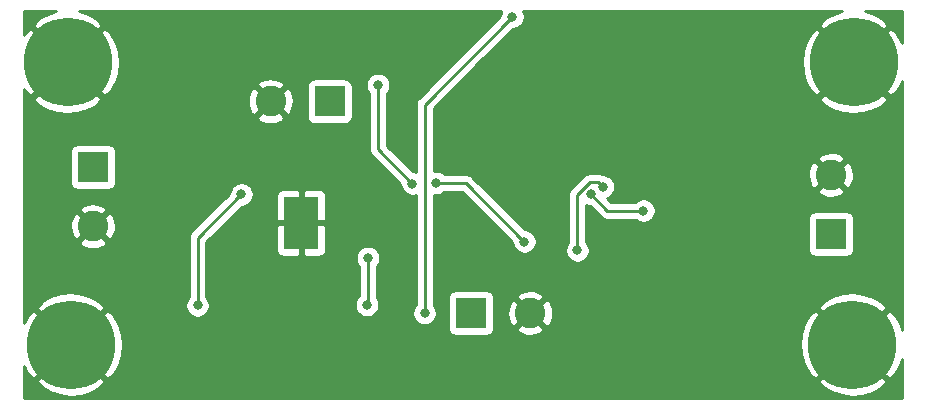
<source format=gbl>
G04 #@! TF.GenerationSoftware,KiCad,Pcbnew,(5.1.12)-1*
G04 #@! TF.CreationDate,2022-10-20T21:35:18-07:00*
G04 #@! TF.ProjectId,Fuente_de_poder,4675656e-7465-45f6-9465-5f706f646572,rev?*
G04 #@! TF.SameCoordinates,Original*
G04 #@! TF.FileFunction,Copper,L2,Bot*
G04 #@! TF.FilePolarity,Positive*
%FSLAX46Y46*%
G04 Gerber Fmt 4.6, Leading zero omitted, Abs format (unit mm)*
G04 Created by KiCad (PCBNEW (5.1.12)-1) date 2022-10-20 21:35:18*
%MOMM*%
%LPD*%
G01*
G04 APERTURE LIST*
G04 #@! TA.AperFunction,ComponentPad*
%ADD10C,2.600000*%
G04 #@! TD*
G04 #@! TA.AperFunction,ComponentPad*
%ADD11R,2.600000X2.600000*%
G04 #@! TD*
G04 #@! TA.AperFunction,ComponentPad*
%ADD12C,7.500000*%
G04 #@! TD*
G04 #@! TA.AperFunction,ComponentPad*
%ADD13C,0.600000*%
G04 #@! TD*
G04 #@! TA.AperFunction,SMDPad,CuDef*
%ADD14R,2.950000X4.500000*%
G04 #@! TD*
G04 #@! TA.AperFunction,ViaPad*
%ADD15C,0.800000*%
G04 #@! TD*
G04 #@! TA.AperFunction,Conductor*
%ADD16C,0.250000*%
G04 #@! TD*
G04 #@! TA.AperFunction,Conductor*
%ADD17C,0.254000*%
G04 #@! TD*
G04 #@! TA.AperFunction,Conductor*
%ADD18C,0.150000*%
G04 #@! TD*
G04 APERTURE END LIST*
D10*
X152518120Y-107734100D03*
D11*
X147518120Y-107734100D03*
D12*
X113360200Y-86485141D03*
X113635201Y-110403640D03*
X179788139Y-110403640D03*
X179908200Y-86485141D03*
D11*
X115503960Y-95379540D03*
D10*
X115503960Y-100379540D03*
D11*
X135542020Y-89806780D03*
D10*
X130542020Y-89806780D03*
D11*
X177982880Y-101043740D03*
D10*
X177982880Y-96043740D03*
D13*
X132531560Y-98303940D03*
X132531560Y-99403940D03*
X133731560Y-99403940D03*
X133731560Y-98303940D03*
X132531560Y-101903940D03*
X132531560Y-100703940D03*
X133731560Y-100703940D03*
X133731560Y-101903940D03*
D14*
X133131560Y-100103940D03*
D15*
X158668720Y-97038160D03*
X156512260Y-102440740D03*
X152024080Y-101681280D03*
X144531080Y-96723200D03*
X142557500Y-96774000D03*
X139654280Y-88419940D03*
X138770360Y-103068120D03*
X138696700Y-107035600D03*
X163723320Y-89590880D03*
X163634420Y-92748100D03*
X158724600Y-95486220D03*
X128816100Y-98876340D03*
X162560000Y-88900000D03*
X162560000Y-86360000D03*
X162560000Y-83820000D03*
X165100000Y-83820000D03*
X165100000Y-86360000D03*
X167640000Y-86360000D03*
X167640000Y-83820000D03*
X170180000Y-83820000D03*
X170180000Y-86360000D03*
X172720000Y-86360000D03*
X172720000Y-83820000D03*
X175260000Y-83820000D03*
X175260000Y-86360000D03*
X175260000Y-88900000D03*
X175260000Y-91440000D03*
X175260000Y-106680000D03*
X175260000Y-109220000D03*
X175260000Y-111760000D03*
X175260000Y-114300000D03*
X172720000Y-106680000D03*
X172720000Y-109220000D03*
X172720000Y-111760000D03*
X172720000Y-114300000D03*
X170180000Y-114300000D03*
X170180000Y-111760000D03*
X170180000Y-109220000D03*
X167640000Y-111760000D03*
X167640000Y-114300000D03*
X165100000Y-114300000D03*
X165100000Y-111760000D03*
X165100000Y-109220000D03*
X162560000Y-109220000D03*
X162560000Y-111760000D03*
X162560000Y-114300000D03*
X160020000Y-114300000D03*
X160020000Y-111760000D03*
X160020000Y-109220000D03*
X157480000Y-109220000D03*
X157480000Y-111760000D03*
X157480000Y-114300000D03*
X154940000Y-114300000D03*
X152400000Y-114300000D03*
X149860000Y-114300000D03*
X147320000Y-114300000D03*
X144780000Y-114300000D03*
X182880000Y-114300000D03*
X182880000Y-106680000D03*
X160020000Y-83820000D03*
X157480000Y-83820000D03*
X147320000Y-83820000D03*
X144780000Y-83820000D03*
X144780000Y-86360000D03*
X139700000Y-83820000D03*
X142240000Y-83820000D03*
X139700000Y-96520000D03*
X127000000Y-83820000D03*
X127000000Y-86360000D03*
X127000000Y-88900000D03*
X124460000Y-88900000D03*
X124460000Y-86360000D03*
X124460000Y-83820000D03*
X121920000Y-83820000D03*
X121920000Y-86360000D03*
X119380000Y-86360000D03*
X119380000Y-83820000D03*
X119380000Y-88900000D03*
X121920000Y-88900000D03*
X121920000Y-91440000D03*
X119380000Y-91440000D03*
X124460000Y-91440000D03*
X127000000Y-91440000D03*
X116840000Y-91440000D03*
X114300000Y-91440000D03*
X111760000Y-91440000D03*
X111760000Y-104140000D03*
X114300000Y-104140000D03*
X116840000Y-104140000D03*
X119380000Y-104140000D03*
X119380000Y-106680000D03*
X116840000Y-106680000D03*
X119380000Y-109220000D03*
X119380000Y-111760000D03*
X119380000Y-114300000D03*
X121920000Y-114300000D03*
X121920000Y-111760000D03*
X121920000Y-109220000D03*
X124460000Y-109220000D03*
X127000000Y-109220000D03*
X129540000Y-109220000D03*
X132080000Y-109220000D03*
X132080000Y-111760000D03*
X137160000Y-111760000D03*
X134620000Y-111760000D03*
X139700000Y-111760000D03*
X142240000Y-111760000D03*
X142240000Y-114300000D03*
X139700000Y-114300000D03*
X137160000Y-114300000D03*
X134620000Y-114300000D03*
X132080000Y-114300000D03*
X129540000Y-114300000D03*
X127000000Y-114300000D03*
X124460000Y-114300000D03*
X124460000Y-111760000D03*
X127000000Y-111760000D03*
X129540000Y-111760000D03*
X154940000Y-83820000D03*
X152400000Y-83820000D03*
X142240000Y-104140000D03*
X142240000Y-106680000D03*
X147320000Y-101600000D03*
X149860000Y-101600000D03*
X142240000Y-93980000D03*
X157642560Y-97652840D03*
X162115500Y-99070160D03*
X151015700Y-82649060D03*
X143583660Y-107741720D03*
X128069340Y-97683320D03*
X124355860Y-107096560D03*
D16*
X156512260Y-97710138D02*
X156512260Y-102440740D01*
X157584237Y-96638161D02*
X156512260Y-97710138D01*
X147066000Y-96723200D02*
X144531080Y-96723200D01*
X152024080Y-101681280D02*
X147066000Y-96723200D01*
X139654280Y-93870780D02*
X139654280Y-88419940D01*
X142557500Y-96774000D02*
X139654280Y-93870780D01*
X158268721Y-96638161D02*
X157584237Y-96638161D01*
X158668720Y-97038160D02*
X158268721Y-96638161D01*
X138770360Y-106961940D02*
X138696700Y-107035600D01*
X138770360Y-103068120D02*
X138770360Y-106961940D01*
X159059880Y-99070160D02*
X157642560Y-97652840D01*
X162115500Y-99070160D02*
X159059880Y-99070160D01*
X143583660Y-90081100D02*
X143583660Y-107741720D01*
X151015700Y-82649060D02*
X143583660Y-90081100D01*
X124355860Y-101396800D02*
X124355860Y-107096560D01*
X128069340Y-97683320D02*
X124355860Y-101396800D01*
D17*
X111716617Y-82396942D02*
X110950630Y-82796142D01*
X110874112Y-82847269D01*
X110447933Y-83393269D01*
X113360200Y-86305536D01*
X116272467Y-83393269D01*
X115846288Y-82847269D01*
X115088805Y-82432158D01*
X114332234Y-82194000D01*
X150083916Y-82194000D01*
X150020474Y-82347162D01*
X149980700Y-82547121D01*
X149980700Y-82609258D01*
X143072663Y-89517296D01*
X143043659Y-89541099D01*
X142988531Y-89608274D01*
X142948686Y-89656824D01*
X142895648Y-89756051D01*
X142878114Y-89788854D01*
X142834657Y-89932115D01*
X142823660Y-90043768D01*
X142823660Y-90043778D01*
X142819984Y-90081100D01*
X142823660Y-90118422D01*
X142823660Y-95771665D01*
X142659439Y-95739000D01*
X142597302Y-95739000D01*
X140414280Y-93555979D01*
X140414280Y-89123651D01*
X140458217Y-89079714D01*
X140571485Y-88910196D01*
X140649506Y-88721838D01*
X140689280Y-88521879D01*
X140689280Y-88318001D01*
X140649506Y-88118042D01*
X140571485Y-87929684D01*
X140458217Y-87760166D01*
X140314054Y-87616003D01*
X140144536Y-87502735D01*
X139956178Y-87424714D01*
X139756219Y-87384940D01*
X139552341Y-87384940D01*
X139352382Y-87424714D01*
X139164024Y-87502735D01*
X138994506Y-87616003D01*
X138850343Y-87760166D01*
X138737075Y-87929684D01*
X138659054Y-88118042D01*
X138619280Y-88318001D01*
X138619280Y-88521879D01*
X138659054Y-88721838D01*
X138737075Y-88910196D01*
X138850343Y-89079714D01*
X138894281Y-89123652D01*
X138894280Y-93833457D01*
X138890604Y-93870780D01*
X138894280Y-93908102D01*
X138894280Y-93908112D01*
X138905277Y-94019765D01*
X138948734Y-94163026D01*
X139019306Y-94295056D01*
X139059151Y-94343606D01*
X139114279Y-94410781D01*
X139143283Y-94434584D01*
X141522500Y-96813802D01*
X141522500Y-96875939D01*
X141562274Y-97075898D01*
X141640295Y-97264256D01*
X141753563Y-97433774D01*
X141897726Y-97577937D01*
X142067244Y-97691205D01*
X142255602Y-97769226D01*
X142455561Y-97809000D01*
X142659439Y-97809000D01*
X142823660Y-97776335D01*
X142823661Y-107038008D01*
X142779723Y-107081946D01*
X142666455Y-107251464D01*
X142588434Y-107439822D01*
X142548660Y-107639781D01*
X142548660Y-107843659D01*
X142588434Y-108043618D01*
X142666455Y-108231976D01*
X142779723Y-108401494D01*
X142923886Y-108545657D01*
X143093404Y-108658925D01*
X143281762Y-108736946D01*
X143481721Y-108776720D01*
X143685599Y-108776720D01*
X143885558Y-108736946D01*
X144073916Y-108658925D01*
X144243434Y-108545657D01*
X144387597Y-108401494D01*
X144500865Y-108231976D01*
X144578886Y-108043618D01*
X144618660Y-107843659D01*
X144618660Y-107639781D01*
X144578886Y-107439822D01*
X144500865Y-107251464D01*
X144387597Y-107081946D01*
X144343660Y-107038009D01*
X144343660Y-106434100D01*
X145580048Y-106434100D01*
X145580048Y-109034100D01*
X145592308Y-109158582D01*
X145628618Y-109278280D01*
X145687583Y-109388594D01*
X145766935Y-109485285D01*
X145863626Y-109564637D01*
X145973940Y-109623602D01*
X146093638Y-109659912D01*
X146218120Y-109672172D01*
X148818120Y-109672172D01*
X148942602Y-109659912D01*
X149062300Y-109623602D01*
X149172614Y-109564637D01*
X149269305Y-109485285D01*
X149348657Y-109388594D01*
X149407622Y-109278280D01*
X149443932Y-109158582D01*
X149451344Y-109083324D01*
X151348501Y-109083324D01*
X151480437Y-109378412D01*
X151821165Y-109549259D01*
X152188677Y-109650350D01*
X152568849Y-109677801D01*
X152947071Y-109630557D01*
X153308810Y-109510433D01*
X153555803Y-109378412D01*
X153687739Y-109083324D01*
X152518120Y-107913705D01*
X151348501Y-109083324D01*
X149451344Y-109083324D01*
X149456192Y-109034100D01*
X149456192Y-107784829D01*
X150574419Y-107784829D01*
X150621663Y-108163051D01*
X150741787Y-108524790D01*
X150873808Y-108771783D01*
X151168896Y-108903719D01*
X152338515Y-107734100D01*
X152697725Y-107734100D01*
X153867344Y-108903719D01*
X154162432Y-108771783D01*
X154333279Y-108431055D01*
X154434370Y-108063543D01*
X154461821Y-107683371D01*
X154415404Y-107311768D01*
X176875872Y-107311768D01*
X179788139Y-110224035D01*
X182700406Y-107311768D01*
X182274227Y-106765768D01*
X181516744Y-106350657D01*
X180692832Y-106091301D01*
X179834153Y-105997664D01*
X178973705Y-106073347D01*
X178144556Y-106315441D01*
X177378569Y-106714641D01*
X177302051Y-106765768D01*
X176875872Y-107311768D01*
X154415404Y-107311768D01*
X154414577Y-107305149D01*
X154294453Y-106943410D01*
X154162432Y-106696417D01*
X153867344Y-106564481D01*
X152697725Y-107734100D01*
X152338515Y-107734100D01*
X151168896Y-106564481D01*
X150873808Y-106696417D01*
X150702961Y-107037145D01*
X150601870Y-107404657D01*
X150574419Y-107784829D01*
X149456192Y-107784829D01*
X149456192Y-106434100D01*
X149451345Y-106384876D01*
X151348501Y-106384876D01*
X152518120Y-107554495D01*
X153687739Y-106384876D01*
X153555803Y-106089788D01*
X153215075Y-105918941D01*
X152847563Y-105817850D01*
X152467391Y-105790399D01*
X152089169Y-105837643D01*
X151727430Y-105957767D01*
X151480437Y-106089788D01*
X151348501Y-106384876D01*
X149451345Y-106384876D01*
X149443932Y-106309618D01*
X149407622Y-106189920D01*
X149348657Y-106079606D01*
X149269305Y-105982915D01*
X149172614Y-105903563D01*
X149062300Y-105844598D01*
X148942602Y-105808288D01*
X148818120Y-105796028D01*
X146218120Y-105796028D01*
X146093638Y-105808288D01*
X145973940Y-105844598D01*
X145863626Y-105903563D01*
X145766935Y-105982915D01*
X145687583Y-106079606D01*
X145628618Y-106189920D01*
X145592308Y-106309618D01*
X145580048Y-106434100D01*
X144343660Y-106434100D01*
X144343660Y-97741197D01*
X144429141Y-97758200D01*
X144633019Y-97758200D01*
X144832978Y-97718426D01*
X145021336Y-97640405D01*
X145190854Y-97527137D01*
X145234791Y-97483200D01*
X146751199Y-97483200D01*
X150989080Y-101721082D01*
X150989080Y-101783219D01*
X151028854Y-101983178D01*
X151106875Y-102171536D01*
X151220143Y-102341054D01*
X151364306Y-102485217D01*
X151533824Y-102598485D01*
X151722182Y-102676506D01*
X151922141Y-102716280D01*
X152126019Y-102716280D01*
X152325978Y-102676506D01*
X152514336Y-102598485D01*
X152683854Y-102485217D01*
X152828017Y-102341054D01*
X152829522Y-102338801D01*
X155477260Y-102338801D01*
X155477260Y-102542679D01*
X155517034Y-102742638D01*
X155595055Y-102930996D01*
X155708323Y-103100514D01*
X155852486Y-103244677D01*
X156022004Y-103357945D01*
X156210362Y-103435966D01*
X156410321Y-103475740D01*
X156614199Y-103475740D01*
X156814158Y-103435966D01*
X157002516Y-103357945D01*
X157172034Y-103244677D01*
X157316197Y-103100514D01*
X157429465Y-102930996D01*
X157507486Y-102742638D01*
X157547260Y-102542679D01*
X157547260Y-102338801D01*
X157507486Y-102138842D01*
X157429465Y-101950484D01*
X157316197Y-101780966D01*
X157272260Y-101737029D01*
X157272260Y-98619733D01*
X157340662Y-98648066D01*
X157540621Y-98687840D01*
X157602759Y-98687840D01*
X158496081Y-99581163D01*
X158519879Y-99610161D01*
X158635604Y-99705134D01*
X158767633Y-99775706D01*
X158910894Y-99819163D01*
X159022547Y-99830160D01*
X159022556Y-99830160D01*
X159059879Y-99833836D01*
X159097202Y-99830160D01*
X161411789Y-99830160D01*
X161455726Y-99874097D01*
X161625244Y-99987365D01*
X161813602Y-100065386D01*
X162013561Y-100105160D01*
X162217439Y-100105160D01*
X162417398Y-100065386D01*
X162605756Y-99987365D01*
X162775274Y-99874097D01*
X162905631Y-99743740D01*
X176044808Y-99743740D01*
X176044808Y-102343740D01*
X176057068Y-102468222D01*
X176093378Y-102587920D01*
X176152343Y-102698234D01*
X176231695Y-102794925D01*
X176328386Y-102874277D01*
X176438700Y-102933242D01*
X176558398Y-102969552D01*
X176682880Y-102981812D01*
X179282880Y-102981812D01*
X179407362Y-102969552D01*
X179527060Y-102933242D01*
X179637374Y-102874277D01*
X179734065Y-102794925D01*
X179813417Y-102698234D01*
X179872382Y-102587920D01*
X179908692Y-102468222D01*
X179920952Y-102343740D01*
X179920952Y-99743740D01*
X179908692Y-99619258D01*
X179872382Y-99499560D01*
X179813417Y-99389246D01*
X179734065Y-99292555D01*
X179637374Y-99213203D01*
X179527060Y-99154238D01*
X179407362Y-99117928D01*
X179282880Y-99105668D01*
X176682880Y-99105668D01*
X176558398Y-99117928D01*
X176438700Y-99154238D01*
X176328386Y-99213203D01*
X176231695Y-99292555D01*
X176152343Y-99389246D01*
X176093378Y-99499560D01*
X176057068Y-99619258D01*
X176044808Y-99743740D01*
X162905631Y-99743740D01*
X162919437Y-99729934D01*
X163032705Y-99560416D01*
X163110726Y-99372058D01*
X163150500Y-99172099D01*
X163150500Y-98968221D01*
X163110726Y-98768262D01*
X163032705Y-98579904D01*
X162919437Y-98410386D01*
X162775274Y-98266223D01*
X162605756Y-98152955D01*
X162417398Y-98074934D01*
X162217439Y-98035160D01*
X162013561Y-98035160D01*
X161813602Y-98074934D01*
X161625244Y-98152955D01*
X161455726Y-98266223D01*
X161411789Y-98310160D01*
X159374682Y-98310160D01*
X159060625Y-97996104D01*
X159158976Y-97955365D01*
X159328494Y-97842097D01*
X159472657Y-97697934D01*
X159585925Y-97528416D01*
X159642031Y-97392964D01*
X176813261Y-97392964D01*
X176945197Y-97688052D01*
X177285925Y-97858899D01*
X177653437Y-97959990D01*
X178033609Y-97987441D01*
X178411831Y-97940197D01*
X178773570Y-97820073D01*
X179020563Y-97688052D01*
X179152499Y-97392964D01*
X177982880Y-96223345D01*
X176813261Y-97392964D01*
X159642031Y-97392964D01*
X159663946Y-97340058D01*
X159703720Y-97140099D01*
X159703720Y-96936221D01*
X159663946Y-96736262D01*
X159585925Y-96547904D01*
X159472657Y-96378386D01*
X159328494Y-96234223D01*
X159158976Y-96120955D01*
X159095034Y-96094469D01*
X176039179Y-96094469D01*
X176086423Y-96472691D01*
X176206547Y-96834430D01*
X176338568Y-97081423D01*
X176633656Y-97213359D01*
X177803275Y-96043740D01*
X178162485Y-96043740D01*
X179332104Y-97213359D01*
X179627192Y-97081423D01*
X179798039Y-96740695D01*
X179899130Y-96373183D01*
X179926581Y-95993011D01*
X179879337Y-95614789D01*
X179759213Y-95253050D01*
X179627192Y-95006057D01*
X179332104Y-94874121D01*
X178162485Y-96043740D01*
X177803275Y-96043740D01*
X176633656Y-94874121D01*
X176338568Y-95006057D01*
X176167721Y-95346785D01*
X176066630Y-95714297D01*
X176039179Y-96094469D01*
X159095034Y-96094469D01*
X158970618Y-96042934D01*
X158770659Y-96003160D01*
X158692946Y-96003160D01*
X158560968Y-95932615D01*
X158417707Y-95889158D01*
X158306054Y-95878161D01*
X158306043Y-95878161D01*
X158268721Y-95874485D01*
X158231399Y-95878161D01*
X157621559Y-95878161D01*
X157584236Y-95874485D01*
X157546913Y-95878161D01*
X157546904Y-95878161D01*
X157435251Y-95889158D01*
X157291990Y-95932615D01*
X157159961Y-96003187D01*
X157159959Y-96003188D01*
X157159960Y-96003188D01*
X157073233Y-96074362D01*
X157073229Y-96074366D01*
X157044236Y-96098160D01*
X157020442Y-96127153D01*
X156001262Y-97146335D01*
X155972259Y-97170137D01*
X155924310Y-97228564D01*
X155877286Y-97285862D01*
X155846367Y-97343707D01*
X155806714Y-97417892D01*
X155763257Y-97561153D01*
X155752260Y-97672806D01*
X155752260Y-97672816D01*
X155748584Y-97710138D01*
X155752260Y-97747461D01*
X155752261Y-101737028D01*
X155708323Y-101780966D01*
X155595055Y-101950484D01*
X155517034Y-102138842D01*
X155477260Y-102338801D01*
X152829522Y-102338801D01*
X152941285Y-102171536D01*
X153019306Y-101983178D01*
X153059080Y-101783219D01*
X153059080Y-101579341D01*
X153019306Y-101379382D01*
X152941285Y-101191024D01*
X152828017Y-101021506D01*
X152683854Y-100877343D01*
X152514336Y-100764075D01*
X152325978Y-100686054D01*
X152126019Y-100646280D01*
X152063882Y-100646280D01*
X147629804Y-96212203D01*
X147606001Y-96183199D01*
X147490276Y-96088226D01*
X147358247Y-96017654D01*
X147214986Y-95974197D01*
X147103333Y-95963200D01*
X147103322Y-95963200D01*
X147066000Y-95959524D01*
X147028678Y-95963200D01*
X145234791Y-95963200D01*
X145190854Y-95919263D01*
X145021336Y-95805995D01*
X144832978Y-95727974D01*
X144633019Y-95688200D01*
X144429141Y-95688200D01*
X144343660Y-95705203D01*
X144343660Y-94694516D01*
X176813261Y-94694516D01*
X177982880Y-95864135D01*
X179152499Y-94694516D01*
X179020563Y-94399428D01*
X178679835Y-94228581D01*
X178312323Y-94127490D01*
X177932151Y-94100039D01*
X177553929Y-94147283D01*
X177192190Y-94267407D01*
X176945197Y-94399428D01*
X176813261Y-94694516D01*
X144343660Y-94694516D01*
X144343660Y-90395901D01*
X145162548Y-89577013D01*
X176995933Y-89577013D01*
X177422112Y-90123013D01*
X178179595Y-90538124D01*
X179003507Y-90797480D01*
X179862186Y-90891117D01*
X180722634Y-90815434D01*
X181551783Y-90573340D01*
X182317770Y-90174140D01*
X182394288Y-90123013D01*
X182820467Y-89577013D01*
X179908200Y-86664746D01*
X176995933Y-89577013D01*
X145162548Y-89577013D01*
X148300434Y-86439127D01*
X175502224Y-86439127D01*
X175577907Y-87299575D01*
X175820001Y-88128724D01*
X176219201Y-88894711D01*
X176270328Y-88971229D01*
X176816328Y-89397408D01*
X179728595Y-86485141D01*
X176816328Y-83572874D01*
X176270328Y-83999053D01*
X175855217Y-84756536D01*
X175595861Y-85580448D01*
X175502224Y-86439127D01*
X148300434Y-86439127D01*
X151055502Y-83684060D01*
X151117639Y-83684060D01*
X151317598Y-83644286D01*
X151505956Y-83566265D01*
X151675474Y-83452997D01*
X151819637Y-83308834D01*
X151932905Y-83139316D01*
X152010926Y-82950958D01*
X152050700Y-82750999D01*
X152050700Y-82547121D01*
X152010926Y-82347162D01*
X151947484Y-82194000D01*
X178959674Y-82194000D01*
X178264617Y-82396942D01*
X177498630Y-82796142D01*
X177422112Y-82847269D01*
X176995933Y-83393269D01*
X179908200Y-86305536D01*
X182820467Y-83393269D01*
X182394288Y-82847269D01*
X181636805Y-82432158D01*
X180880234Y-82194000D01*
X183998001Y-82194000D01*
X183998001Y-84847044D01*
X183996399Y-84841558D01*
X183597199Y-84075571D01*
X183546072Y-83999053D01*
X183000072Y-83572874D01*
X180087805Y-86485141D01*
X183000072Y-89397408D01*
X183546072Y-88971229D01*
X183961183Y-88213746D01*
X183998001Y-88096785D01*
X183998000Y-109176738D01*
X183876338Y-108760057D01*
X183477138Y-107994070D01*
X183426011Y-107917552D01*
X182880011Y-107491373D01*
X179967744Y-110403640D01*
X182880011Y-113315907D01*
X183426011Y-112889728D01*
X183841122Y-112132245D01*
X183998000Y-111633881D01*
X183998000Y-114910000D01*
X109626000Y-114910000D01*
X109626000Y-113495512D01*
X110722934Y-113495512D01*
X111149113Y-114041512D01*
X111906596Y-114456623D01*
X112730508Y-114715979D01*
X113589187Y-114809616D01*
X114449635Y-114733933D01*
X115278784Y-114491839D01*
X116044771Y-114092639D01*
X116121289Y-114041512D01*
X116547468Y-113495512D01*
X176875872Y-113495512D01*
X177302051Y-114041512D01*
X178059534Y-114456623D01*
X178883446Y-114715979D01*
X179742125Y-114809616D01*
X180602573Y-114733933D01*
X181431722Y-114491839D01*
X182197709Y-114092639D01*
X182274227Y-114041512D01*
X182700406Y-113495512D01*
X179788139Y-110583245D01*
X176875872Y-113495512D01*
X116547468Y-113495512D01*
X113635201Y-110583245D01*
X110722934Y-113495512D01*
X109626000Y-113495512D01*
X109626000Y-112198805D01*
X109946202Y-112813210D01*
X109997329Y-112889728D01*
X110543329Y-113315907D01*
X113455596Y-110403640D01*
X113814806Y-110403640D01*
X116727073Y-113315907D01*
X117273073Y-112889728D01*
X117688184Y-112132245D01*
X117947540Y-111308333D01*
X118041177Y-110449654D01*
X118033083Y-110357626D01*
X175382163Y-110357626D01*
X175457846Y-111218074D01*
X175699940Y-112047223D01*
X176099140Y-112813210D01*
X176150267Y-112889728D01*
X176696267Y-113315907D01*
X179608534Y-110403640D01*
X176696267Y-107491373D01*
X176150267Y-107917552D01*
X175735156Y-108675035D01*
X175475800Y-109498947D01*
X175382163Y-110357626D01*
X118033083Y-110357626D01*
X117965494Y-109589206D01*
X117723400Y-108760057D01*
X117324200Y-107994070D01*
X117273073Y-107917552D01*
X116727073Y-107491373D01*
X113814806Y-110403640D01*
X113455596Y-110403640D01*
X110543329Y-107491373D01*
X109997329Y-107917552D01*
X109626000Y-108595143D01*
X109626000Y-107311768D01*
X110722934Y-107311768D01*
X113635201Y-110224035D01*
X116547468Y-107311768D01*
X116299920Y-106994621D01*
X123320860Y-106994621D01*
X123320860Y-107198499D01*
X123360634Y-107398458D01*
X123438655Y-107586816D01*
X123551923Y-107756334D01*
X123696086Y-107900497D01*
X123865604Y-108013765D01*
X124053962Y-108091786D01*
X124253921Y-108131560D01*
X124457799Y-108131560D01*
X124657758Y-108091786D01*
X124846116Y-108013765D01*
X125015634Y-107900497D01*
X125159797Y-107756334D01*
X125273065Y-107586816D01*
X125351086Y-107398458D01*
X125390860Y-107198499D01*
X125390860Y-106994621D01*
X125378735Y-106933661D01*
X137661700Y-106933661D01*
X137661700Y-107137539D01*
X137701474Y-107337498D01*
X137779495Y-107525856D01*
X137892763Y-107695374D01*
X138036926Y-107839537D01*
X138206444Y-107952805D01*
X138394802Y-108030826D01*
X138594761Y-108070600D01*
X138798639Y-108070600D01*
X138998598Y-108030826D01*
X139186956Y-107952805D01*
X139356474Y-107839537D01*
X139500637Y-107695374D01*
X139613905Y-107525856D01*
X139691926Y-107337498D01*
X139731700Y-107137539D01*
X139731700Y-106933661D01*
X139691926Y-106733702D01*
X139613905Y-106545344D01*
X139530360Y-106420310D01*
X139530360Y-103771831D01*
X139574297Y-103727894D01*
X139687565Y-103558376D01*
X139765586Y-103370018D01*
X139805360Y-103170059D01*
X139805360Y-102966181D01*
X139765586Y-102766222D01*
X139687565Y-102577864D01*
X139574297Y-102408346D01*
X139430134Y-102264183D01*
X139260616Y-102150915D01*
X139072258Y-102072894D01*
X138872299Y-102033120D01*
X138668421Y-102033120D01*
X138468462Y-102072894D01*
X138280104Y-102150915D01*
X138110586Y-102264183D01*
X137966423Y-102408346D01*
X137853155Y-102577864D01*
X137775134Y-102766222D01*
X137735360Y-102966181D01*
X137735360Y-103170059D01*
X137775134Y-103370018D01*
X137853155Y-103558376D01*
X137966423Y-103727894D01*
X138010360Y-103771831D01*
X138010361Y-106258228D01*
X137892763Y-106375826D01*
X137779495Y-106545344D01*
X137701474Y-106733702D01*
X137661700Y-106933661D01*
X125378735Y-106933661D01*
X125351086Y-106794662D01*
X125273065Y-106606304D01*
X125159797Y-106436786D01*
X125115860Y-106392849D01*
X125115860Y-101711601D01*
X128109142Y-98718320D01*
X128171279Y-98718320D01*
X128371238Y-98678546D01*
X128559596Y-98600525D01*
X128729114Y-98487257D01*
X128873277Y-98343094D01*
X128986545Y-98173576D01*
X129064566Y-97985218D01*
X129090678Y-97853940D01*
X131018488Y-97853940D01*
X131021560Y-99818190D01*
X131180310Y-99976940D01*
X132081654Y-99976940D01*
X132078403Y-100036702D01*
X132076624Y-100038481D01*
X132077465Y-100053940D01*
X132076624Y-100069399D01*
X132078403Y-100071178D01*
X132087093Y-100230940D01*
X131180310Y-100230940D01*
X131021560Y-100389690D01*
X131018488Y-102353940D01*
X131030748Y-102478422D01*
X131067058Y-102598120D01*
X131126023Y-102708434D01*
X131205375Y-102805125D01*
X131302066Y-102884477D01*
X131412380Y-102943442D01*
X131532078Y-102979752D01*
X131656560Y-102992012D01*
X132845810Y-102988940D01*
X133004560Y-102830190D01*
X133004560Y-102353846D01*
X133097019Y-102358876D01*
X133131560Y-102324335D01*
X133166101Y-102358876D01*
X133258560Y-102353846D01*
X133258560Y-102830190D01*
X133417310Y-102988940D01*
X134606560Y-102992012D01*
X134731042Y-102979752D01*
X134850740Y-102943442D01*
X134961054Y-102884477D01*
X135057745Y-102805125D01*
X135137097Y-102708434D01*
X135196062Y-102598120D01*
X135232372Y-102478422D01*
X135244632Y-102353940D01*
X135241560Y-100389690D01*
X135082810Y-100230940D01*
X134176027Y-100230940D01*
X134184717Y-100071178D01*
X134186496Y-100069399D01*
X134185655Y-100053940D01*
X134186496Y-100038481D01*
X134184717Y-100036702D01*
X134181466Y-99976940D01*
X135082810Y-99976940D01*
X135241560Y-99818190D01*
X135244632Y-97853940D01*
X135232372Y-97729458D01*
X135196062Y-97609760D01*
X135137097Y-97499446D01*
X135057745Y-97402755D01*
X134961054Y-97323403D01*
X134850740Y-97264438D01*
X134731042Y-97228128D01*
X134606560Y-97215868D01*
X133417310Y-97218940D01*
X133258560Y-97377690D01*
X133258560Y-97854034D01*
X133166101Y-97849004D01*
X133131560Y-97883545D01*
X133097019Y-97849004D01*
X133004560Y-97854034D01*
X133004560Y-97377690D01*
X132845810Y-97218940D01*
X131656560Y-97215868D01*
X131532078Y-97228128D01*
X131412380Y-97264438D01*
X131302066Y-97323403D01*
X131205375Y-97402755D01*
X131126023Y-97499446D01*
X131067058Y-97609760D01*
X131030748Y-97729458D01*
X131018488Y-97853940D01*
X129090678Y-97853940D01*
X129104340Y-97785259D01*
X129104340Y-97581381D01*
X129064566Y-97381422D01*
X128986545Y-97193064D01*
X128873277Y-97023546D01*
X128729114Y-96879383D01*
X128559596Y-96766115D01*
X128371238Y-96688094D01*
X128171279Y-96648320D01*
X127967401Y-96648320D01*
X127767442Y-96688094D01*
X127579084Y-96766115D01*
X127409566Y-96879383D01*
X127265403Y-97023546D01*
X127152135Y-97193064D01*
X127074114Y-97381422D01*
X127034340Y-97581381D01*
X127034340Y-97643518D01*
X123844863Y-100832996D01*
X123815859Y-100856799D01*
X123760731Y-100923974D01*
X123720886Y-100972524D01*
X123666361Y-101074532D01*
X123650314Y-101104554D01*
X123606857Y-101247815D01*
X123595860Y-101359468D01*
X123595860Y-101359478D01*
X123592184Y-101396800D01*
X123595860Y-101434123D01*
X123595861Y-106392848D01*
X123551923Y-106436786D01*
X123438655Y-106606304D01*
X123360634Y-106794662D01*
X123320860Y-106994621D01*
X116299920Y-106994621D01*
X116121289Y-106765768D01*
X115363806Y-106350657D01*
X114539894Y-106091301D01*
X113681215Y-105997664D01*
X112820767Y-106073347D01*
X111991618Y-106315441D01*
X111225631Y-106714641D01*
X111149113Y-106765768D01*
X110722934Y-107311768D01*
X109626000Y-107311768D01*
X109626000Y-101728764D01*
X114334341Y-101728764D01*
X114466277Y-102023852D01*
X114807005Y-102194699D01*
X115174517Y-102295790D01*
X115554689Y-102323241D01*
X115932911Y-102275997D01*
X116294650Y-102155873D01*
X116541643Y-102023852D01*
X116673579Y-101728764D01*
X115503960Y-100559145D01*
X114334341Y-101728764D01*
X109626000Y-101728764D01*
X109626000Y-100430269D01*
X113560259Y-100430269D01*
X113607503Y-100808491D01*
X113727627Y-101170230D01*
X113859648Y-101417223D01*
X114154736Y-101549159D01*
X115324355Y-100379540D01*
X115683565Y-100379540D01*
X116853184Y-101549159D01*
X117148272Y-101417223D01*
X117319119Y-101076495D01*
X117420210Y-100708983D01*
X117447661Y-100328811D01*
X117400417Y-99950589D01*
X117280293Y-99588850D01*
X117148272Y-99341857D01*
X116853184Y-99209921D01*
X115683565Y-100379540D01*
X115324355Y-100379540D01*
X114154736Y-99209921D01*
X113859648Y-99341857D01*
X113688801Y-99682585D01*
X113587710Y-100050097D01*
X113560259Y-100430269D01*
X109626000Y-100430269D01*
X109626000Y-99030316D01*
X114334341Y-99030316D01*
X115503960Y-100199935D01*
X116673579Y-99030316D01*
X116541643Y-98735228D01*
X116200915Y-98564381D01*
X115833403Y-98463290D01*
X115453231Y-98435839D01*
X115075009Y-98483083D01*
X114713270Y-98603207D01*
X114466277Y-98735228D01*
X114334341Y-99030316D01*
X109626000Y-99030316D01*
X109626000Y-94079540D01*
X113565888Y-94079540D01*
X113565888Y-96679540D01*
X113578148Y-96804022D01*
X113614458Y-96923720D01*
X113673423Y-97034034D01*
X113752775Y-97130725D01*
X113849466Y-97210077D01*
X113959780Y-97269042D01*
X114079478Y-97305352D01*
X114203960Y-97317612D01*
X116803960Y-97317612D01*
X116928442Y-97305352D01*
X117048140Y-97269042D01*
X117158454Y-97210077D01*
X117255145Y-97130725D01*
X117334497Y-97034034D01*
X117393462Y-96923720D01*
X117429772Y-96804022D01*
X117442032Y-96679540D01*
X117442032Y-94079540D01*
X117429772Y-93955058D01*
X117393462Y-93835360D01*
X117334497Y-93725046D01*
X117255145Y-93628355D01*
X117158454Y-93549003D01*
X117048140Y-93490038D01*
X116928442Y-93453728D01*
X116803960Y-93441468D01*
X114203960Y-93441468D01*
X114079478Y-93453728D01*
X113959780Y-93490038D01*
X113849466Y-93549003D01*
X113752775Y-93628355D01*
X113673423Y-93725046D01*
X113614458Y-93835360D01*
X113578148Y-93955058D01*
X113565888Y-94079540D01*
X109626000Y-94079540D01*
X109626000Y-91156004D01*
X129372401Y-91156004D01*
X129504337Y-91451092D01*
X129845065Y-91621939D01*
X130212577Y-91723030D01*
X130592749Y-91750481D01*
X130970971Y-91703237D01*
X131332710Y-91583113D01*
X131579703Y-91451092D01*
X131711639Y-91156004D01*
X130542020Y-89986385D01*
X129372401Y-91156004D01*
X109626000Y-91156004D01*
X109626000Y-89577013D01*
X110447933Y-89577013D01*
X110874112Y-90123013D01*
X111631595Y-90538124D01*
X112455507Y-90797480D01*
X113314186Y-90891117D01*
X114174634Y-90815434D01*
X115003783Y-90573340D01*
X115769770Y-90174140D01*
X115846288Y-90123013D01*
X116053526Y-89857509D01*
X128598319Y-89857509D01*
X128645563Y-90235731D01*
X128765687Y-90597470D01*
X128897708Y-90844463D01*
X129192796Y-90976399D01*
X130362415Y-89806780D01*
X130721625Y-89806780D01*
X131891244Y-90976399D01*
X132186332Y-90844463D01*
X132357179Y-90503735D01*
X132458270Y-90136223D01*
X132485721Y-89756051D01*
X132438477Y-89377829D01*
X132318353Y-89016090D01*
X132186332Y-88769097D01*
X131891244Y-88637161D01*
X130721625Y-89806780D01*
X130362415Y-89806780D01*
X129192796Y-88637161D01*
X128897708Y-88769097D01*
X128726861Y-89109825D01*
X128625770Y-89477337D01*
X128598319Y-89857509D01*
X116053526Y-89857509D01*
X116272467Y-89577013D01*
X113360200Y-86664746D01*
X110447933Y-89577013D01*
X109626000Y-89577013D01*
X109626000Y-88807979D01*
X109671201Y-88894711D01*
X109722328Y-88971229D01*
X110268328Y-89397408D01*
X113180595Y-86485141D01*
X113539805Y-86485141D01*
X116452072Y-89397408D01*
X116998072Y-88971229D01*
X117279571Y-88457556D01*
X129372401Y-88457556D01*
X130542020Y-89627175D01*
X131662415Y-88506780D01*
X133603948Y-88506780D01*
X133603948Y-91106780D01*
X133616208Y-91231262D01*
X133652518Y-91350960D01*
X133711483Y-91461274D01*
X133790835Y-91557965D01*
X133887526Y-91637317D01*
X133997840Y-91696282D01*
X134117538Y-91732592D01*
X134242020Y-91744852D01*
X136842020Y-91744852D01*
X136966502Y-91732592D01*
X137086200Y-91696282D01*
X137196514Y-91637317D01*
X137293205Y-91557965D01*
X137372557Y-91461274D01*
X137431522Y-91350960D01*
X137467832Y-91231262D01*
X137480092Y-91106780D01*
X137480092Y-88506780D01*
X137467832Y-88382298D01*
X137431522Y-88262600D01*
X137372557Y-88152286D01*
X137293205Y-88055595D01*
X137196514Y-87976243D01*
X137086200Y-87917278D01*
X136966502Y-87880968D01*
X136842020Y-87868708D01*
X134242020Y-87868708D01*
X134117538Y-87880968D01*
X133997840Y-87917278D01*
X133887526Y-87976243D01*
X133790835Y-88055595D01*
X133711483Y-88152286D01*
X133652518Y-88262600D01*
X133616208Y-88382298D01*
X133603948Y-88506780D01*
X131662415Y-88506780D01*
X131711639Y-88457556D01*
X131579703Y-88162468D01*
X131238975Y-87991621D01*
X130871463Y-87890530D01*
X130491291Y-87863079D01*
X130113069Y-87910323D01*
X129751330Y-88030447D01*
X129504337Y-88162468D01*
X129372401Y-88457556D01*
X117279571Y-88457556D01*
X117413183Y-88213746D01*
X117672539Y-87389834D01*
X117766176Y-86531155D01*
X117690493Y-85670707D01*
X117448399Y-84841558D01*
X117049199Y-84075571D01*
X116998072Y-83999053D01*
X116452072Y-83572874D01*
X113539805Y-86485141D01*
X113180595Y-86485141D01*
X110268328Y-83572874D01*
X109722328Y-83999053D01*
X109626000Y-84174830D01*
X109626000Y-82194000D01*
X112411674Y-82194000D01*
X111716617Y-82396942D01*
G04 #@! TA.AperFunction,Conductor*
D18*
G36*
X111716617Y-82396942D02*
G01*
X110950630Y-82796142D01*
X110874112Y-82847269D01*
X110447933Y-83393269D01*
X113360200Y-86305536D01*
X116272467Y-83393269D01*
X115846288Y-82847269D01*
X115088805Y-82432158D01*
X114332234Y-82194000D01*
X150083916Y-82194000D01*
X150020474Y-82347162D01*
X149980700Y-82547121D01*
X149980700Y-82609258D01*
X143072663Y-89517296D01*
X143043659Y-89541099D01*
X142988531Y-89608274D01*
X142948686Y-89656824D01*
X142895648Y-89756051D01*
X142878114Y-89788854D01*
X142834657Y-89932115D01*
X142823660Y-90043768D01*
X142823660Y-90043778D01*
X142819984Y-90081100D01*
X142823660Y-90118422D01*
X142823660Y-95771665D01*
X142659439Y-95739000D01*
X142597302Y-95739000D01*
X140414280Y-93555979D01*
X140414280Y-89123651D01*
X140458217Y-89079714D01*
X140571485Y-88910196D01*
X140649506Y-88721838D01*
X140689280Y-88521879D01*
X140689280Y-88318001D01*
X140649506Y-88118042D01*
X140571485Y-87929684D01*
X140458217Y-87760166D01*
X140314054Y-87616003D01*
X140144536Y-87502735D01*
X139956178Y-87424714D01*
X139756219Y-87384940D01*
X139552341Y-87384940D01*
X139352382Y-87424714D01*
X139164024Y-87502735D01*
X138994506Y-87616003D01*
X138850343Y-87760166D01*
X138737075Y-87929684D01*
X138659054Y-88118042D01*
X138619280Y-88318001D01*
X138619280Y-88521879D01*
X138659054Y-88721838D01*
X138737075Y-88910196D01*
X138850343Y-89079714D01*
X138894281Y-89123652D01*
X138894280Y-93833457D01*
X138890604Y-93870780D01*
X138894280Y-93908102D01*
X138894280Y-93908112D01*
X138905277Y-94019765D01*
X138948734Y-94163026D01*
X139019306Y-94295056D01*
X139059151Y-94343606D01*
X139114279Y-94410781D01*
X139143283Y-94434584D01*
X141522500Y-96813802D01*
X141522500Y-96875939D01*
X141562274Y-97075898D01*
X141640295Y-97264256D01*
X141753563Y-97433774D01*
X141897726Y-97577937D01*
X142067244Y-97691205D01*
X142255602Y-97769226D01*
X142455561Y-97809000D01*
X142659439Y-97809000D01*
X142823660Y-97776335D01*
X142823661Y-107038008D01*
X142779723Y-107081946D01*
X142666455Y-107251464D01*
X142588434Y-107439822D01*
X142548660Y-107639781D01*
X142548660Y-107843659D01*
X142588434Y-108043618D01*
X142666455Y-108231976D01*
X142779723Y-108401494D01*
X142923886Y-108545657D01*
X143093404Y-108658925D01*
X143281762Y-108736946D01*
X143481721Y-108776720D01*
X143685599Y-108776720D01*
X143885558Y-108736946D01*
X144073916Y-108658925D01*
X144243434Y-108545657D01*
X144387597Y-108401494D01*
X144500865Y-108231976D01*
X144578886Y-108043618D01*
X144618660Y-107843659D01*
X144618660Y-107639781D01*
X144578886Y-107439822D01*
X144500865Y-107251464D01*
X144387597Y-107081946D01*
X144343660Y-107038009D01*
X144343660Y-106434100D01*
X145580048Y-106434100D01*
X145580048Y-109034100D01*
X145592308Y-109158582D01*
X145628618Y-109278280D01*
X145687583Y-109388594D01*
X145766935Y-109485285D01*
X145863626Y-109564637D01*
X145973940Y-109623602D01*
X146093638Y-109659912D01*
X146218120Y-109672172D01*
X148818120Y-109672172D01*
X148942602Y-109659912D01*
X149062300Y-109623602D01*
X149172614Y-109564637D01*
X149269305Y-109485285D01*
X149348657Y-109388594D01*
X149407622Y-109278280D01*
X149443932Y-109158582D01*
X149451344Y-109083324D01*
X151348501Y-109083324D01*
X151480437Y-109378412D01*
X151821165Y-109549259D01*
X152188677Y-109650350D01*
X152568849Y-109677801D01*
X152947071Y-109630557D01*
X153308810Y-109510433D01*
X153555803Y-109378412D01*
X153687739Y-109083324D01*
X152518120Y-107913705D01*
X151348501Y-109083324D01*
X149451344Y-109083324D01*
X149456192Y-109034100D01*
X149456192Y-107784829D01*
X150574419Y-107784829D01*
X150621663Y-108163051D01*
X150741787Y-108524790D01*
X150873808Y-108771783D01*
X151168896Y-108903719D01*
X152338515Y-107734100D01*
X152697725Y-107734100D01*
X153867344Y-108903719D01*
X154162432Y-108771783D01*
X154333279Y-108431055D01*
X154434370Y-108063543D01*
X154461821Y-107683371D01*
X154415404Y-107311768D01*
X176875872Y-107311768D01*
X179788139Y-110224035D01*
X182700406Y-107311768D01*
X182274227Y-106765768D01*
X181516744Y-106350657D01*
X180692832Y-106091301D01*
X179834153Y-105997664D01*
X178973705Y-106073347D01*
X178144556Y-106315441D01*
X177378569Y-106714641D01*
X177302051Y-106765768D01*
X176875872Y-107311768D01*
X154415404Y-107311768D01*
X154414577Y-107305149D01*
X154294453Y-106943410D01*
X154162432Y-106696417D01*
X153867344Y-106564481D01*
X152697725Y-107734100D01*
X152338515Y-107734100D01*
X151168896Y-106564481D01*
X150873808Y-106696417D01*
X150702961Y-107037145D01*
X150601870Y-107404657D01*
X150574419Y-107784829D01*
X149456192Y-107784829D01*
X149456192Y-106434100D01*
X149451345Y-106384876D01*
X151348501Y-106384876D01*
X152518120Y-107554495D01*
X153687739Y-106384876D01*
X153555803Y-106089788D01*
X153215075Y-105918941D01*
X152847563Y-105817850D01*
X152467391Y-105790399D01*
X152089169Y-105837643D01*
X151727430Y-105957767D01*
X151480437Y-106089788D01*
X151348501Y-106384876D01*
X149451345Y-106384876D01*
X149443932Y-106309618D01*
X149407622Y-106189920D01*
X149348657Y-106079606D01*
X149269305Y-105982915D01*
X149172614Y-105903563D01*
X149062300Y-105844598D01*
X148942602Y-105808288D01*
X148818120Y-105796028D01*
X146218120Y-105796028D01*
X146093638Y-105808288D01*
X145973940Y-105844598D01*
X145863626Y-105903563D01*
X145766935Y-105982915D01*
X145687583Y-106079606D01*
X145628618Y-106189920D01*
X145592308Y-106309618D01*
X145580048Y-106434100D01*
X144343660Y-106434100D01*
X144343660Y-97741197D01*
X144429141Y-97758200D01*
X144633019Y-97758200D01*
X144832978Y-97718426D01*
X145021336Y-97640405D01*
X145190854Y-97527137D01*
X145234791Y-97483200D01*
X146751199Y-97483200D01*
X150989080Y-101721082D01*
X150989080Y-101783219D01*
X151028854Y-101983178D01*
X151106875Y-102171536D01*
X151220143Y-102341054D01*
X151364306Y-102485217D01*
X151533824Y-102598485D01*
X151722182Y-102676506D01*
X151922141Y-102716280D01*
X152126019Y-102716280D01*
X152325978Y-102676506D01*
X152514336Y-102598485D01*
X152683854Y-102485217D01*
X152828017Y-102341054D01*
X152829522Y-102338801D01*
X155477260Y-102338801D01*
X155477260Y-102542679D01*
X155517034Y-102742638D01*
X155595055Y-102930996D01*
X155708323Y-103100514D01*
X155852486Y-103244677D01*
X156022004Y-103357945D01*
X156210362Y-103435966D01*
X156410321Y-103475740D01*
X156614199Y-103475740D01*
X156814158Y-103435966D01*
X157002516Y-103357945D01*
X157172034Y-103244677D01*
X157316197Y-103100514D01*
X157429465Y-102930996D01*
X157507486Y-102742638D01*
X157547260Y-102542679D01*
X157547260Y-102338801D01*
X157507486Y-102138842D01*
X157429465Y-101950484D01*
X157316197Y-101780966D01*
X157272260Y-101737029D01*
X157272260Y-98619733D01*
X157340662Y-98648066D01*
X157540621Y-98687840D01*
X157602759Y-98687840D01*
X158496081Y-99581163D01*
X158519879Y-99610161D01*
X158635604Y-99705134D01*
X158767633Y-99775706D01*
X158910894Y-99819163D01*
X159022547Y-99830160D01*
X159022556Y-99830160D01*
X159059879Y-99833836D01*
X159097202Y-99830160D01*
X161411789Y-99830160D01*
X161455726Y-99874097D01*
X161625244Y-99987365D01*
X161813602Y-100065386D01*
X162013561Y-100105160D01*
X162217439Y-100105160D01*
X162417398Y-100065386D01*
X162605756Y-99987365D01*
X162775274Y-99874097D01*
X162905631Y-99743740D01*
X176044808Y-99743740D01*
X176044808Y-102343740D01*
X176057068Y-102468222D01*
X176093378Y-102587920D01*
X176152343Y-102698234D01*
X176231695Y-102794925D01*
X176328386Y-102874277D01*
X176438700Y-102933242D01*
X176558398Y-102969552D01*
X176682880Y-102981812D01*
X179282880Y-102981812D01*
X179407362Y-102969552D01*
X179527060Y-102933242D01*
X179637374Y-102874277D01*
X179734065Y-102794925D01*
X179813417Y-102698234D01*
X179872382Y-102587920D01*
X179908692Y-102468222D01*
X179920952Y-102343740D01*
X179920952Y-99743740D01*
X179908692Y-99619258D01*
X179872382Y-99499560D01*
X179813417Y-99389246D01*
X179734065Y-99292555D01*
X179637374Y-99213203D01*
X179527060Y-99154238D01*
X179407362Y-99117928D01*
X179282880Y-99105668D01*
X176682880Y-99105668D01*
X176558398Y-99117928D01*
X176438700Y-99154238D01*
X176328386Y-99213203D01*
X176231695Y-99292555D01*
X176152343Y-99389246D01*
X176093378Y-99499560D01*
X176057068Y-99619258D01*
X176044808Y-99743740D01*
X162905631Y-99743740D01*
X162919437Y-99729934D01*
X163032705Y-99560416D01*
X163110726Y-99372058D01*
X163150500Y-99172099D01*
X163150500Y-98968221D01*
X163110726Y-98768262D01*
X163032705Y-98579904D01*
X162919437Y-98410386D01*
X162775274Y-98266223D01*
X162605756Y-98152955D01*
X162417398Y-98074934D01*
X162217439Y-98035160D01*
X162013561Y-98035160D01*
X161813602Y-98074934D01*
X161625244Y-98152955D01*
X161455726Y-98266223D01*
X161411789Y-98310160D01*
X159374682Y-98310160D01*
X159060625Y-97996104D01*
X159158976Y-97955365D01*
X159328494Y-97842097D01*
X159472657Y-97697934D01*
X159585925Y-97528416D01*
X159642031Y-97392964D01*
X176813261Y-97392964D01*
X176945197Y-97688052D01*
X177285925Y-97858899D01*
X177653437Y-97959990D01*
X178033609Y-97987441D01*
X178411831Y-97940197D01*
X178773570Y-97820073D01*
X179020563Y-97688052D01*
X179152499Y-97392964D01*
X177982880Y-96223345D01*
X176813261Y-97392964D01*
X159642031Y-97392964D01*
X159663946Y-97340058D01*
X159703720Y-97140099D01*
X159703720Y-96936221D01*
X159663946Y-96736262D01*
X159585925Y-96547904D01*
X159472657Y-96378386D01*
X159328494Y-96234223D01*
X159158976Y-96120955D01*
X159095034Y-96094469D01*
X176039179Y-96094469D01*
X176086423Y-96472691D01*
X176206547Y-96834430D01*
X176338568Y-97081423D01*
X176633656Y-97213359D01*
X177803275Y-96043740D01*
X178162485Y-96043740D01*
X179332104Y-97213359D01*
X179627192Y-97081423D01*
X179798039Y-96740695D01*
X179899130Y-96373183D01*
X179926581Y-95993011D01*
X179879337Y-95614789D01*
X179759213Y-95253050D01*
X179627192Y-95006057D01*
X179332104Y-94874121D01*
X178162485Y-96043740D01*
X177803275Y-96043740D01*
X176633656Y-94874121D01*
X176338568Y-95006057D01*
X176167721Y-95346785D01*
X176066630Y-95714297D01*
X176039179Y-96094469D01*
X159095034Y-96094469D01*
X158970618Y-96042934D01*
X158770659Y-96003160D01*
X158692946Y-96003160D01*
X158560968Y-95932615D01*
X158417707Y-95889158D01*
X158306054Y-95878161D01*
X158306043Y-95878161D01*
X158268721Y-95874485D01*
X158231399Y-95878161D01*
X157621559Y-95878161D01*
X157584236Y-95874485D01*
X157546913Y-95878161D01*
X157546904Y-95878161D01*
X157435251Y-95889158D01*
X157291990Y-95932615D01*
X157159961Y-96003187D01*
X157159959Y-96003188D01*
X157159960Y-96003188D01*
X157073233Y-96074362D01*
X157073229Y-96074366D01*
X157044236Y-96098160D01*
X157020442Y-96127153D01*
X156001262Y-97146335D01*
X155972259Y-97170137D01*
X155924310Y-97228564D01*
X155877286Y-97285862D01*
X155846367Y-97343707D01*
X155806714Y-97417892D01*
X155763257Y-97561153D01*
X155752260Y-97672806D01*
X155752260Y-97672816D01*
X155748584Y-97710138D01*
X155752260Y-97747461D01*
X155752261Y-101737028D01*
X155708323Y-101780966D01*
X155595055Y-101950484D01*
X155517034Y-102138842D01*
X155477260Y-102338801D01*
X152829522Y-102338801D01*
X152941285Y-102171536D01*
X153019306Y-101983178D01*
X153059080Y-101783219D01*
X153059080Y-101579341D01*
X153019306Y-101379382D01*
X152941285Y-101191024D01*
X152828017Y-101021506D01*
X152683854Y-100877343D01*
X152514336Y-100764075D01*
X152325978Y-100686054D01*
X152126019Y-100646280D01*
X152063882Y-100646280D01*
X147629804Y-96212203D01*
X147606001Y-96183199D01*
X147490276Y-96088226D01*
X147358247Y-96017654D01*
X147214986Y-95974197D01*
X147103333Y-95963200D01*
X147103322Y-95963200D01*
X147066000Y-95959524D01*
X147028678Y-95963200D01*
X145234791Y-95963200D01*
X145190854Y-95919263D01*
X145021336Y-95805995D01*
X144832978Y-95727974D01*
X144633019Y-95688200D01*
X144429141Y-95688200D01*
X144343660Y-95705203D01*
X144343660Y-94694516D01*
X176813261Y-94694516D01*
X177982880Y-95864135D01*
X179152499Y-94694516D01*
X179020563Y-94399428D01*
X178679835Y-94228581D01*
X178312323Y-94127490D01*
X177932151Y-94100039D01*
X177553929Y-94147283D01*
X177192190Y-94267407D01*
X176945197Y-94399428D01*
X176813261Y-94694516D01*
X144343660Y-94694516D01*
X144343660Y-90395901D01*
X145162548Y-89577013D01*
X176995933Y-89577013D01*
X177422112Y-90123013D01*
X178179595Y-90538124D01*
X179003507Y-90797480D01*
X179862186Y-90891117D01*
X180722634Y-90815434D01*
X181551783Y-90573340D01*
X182317770Y-90174140D01*
X182394288Y-90123013D01*
X182820467Y-89577013D01*
X179908200Y-86664746D01*
X176995933Y-89577013D01*
X145162548Y-89577013D01*
X148300434Y-86439127D01*
X175502224Y-86439127D01*
X175577907Y-87299575D01*
X175820001Y-88128724D01*
X176219201Y-88894711D01*
X176270328Y-88971229D01*
X176816328Y-89397408D01*
X179728595Y-86485141D01*
X176816328Y-83572874D01*
X176270328Y-83999053D01*
X175855217Y-84756536D01*
X175595861Y-85580448D01*
X175502224Y-86439127D01*
X148300434Y-86439127D01*
X151055502Y-83684060D01*
X151117639Y-83684060D01*
X151317598Y-83644286D01*
X151505956Y-83566265D01*
X151675474Y-83452997D01*
X151819637Y-83308834D01*
X151932905Y-83139316D01*
X152010926Y-82950958D01*
X152050700Y-82750999D01*
X152050700Y-82547121D01*
X152010926Y-82347162D01*
X151947484Y-82194000D01*
X178959674Y-82194000D01*
X178264617Y-82396942D01*
X177498630Y-82796142D01*
X177422112Y-82847269D01*
X176995933Y-83393269D01*
X179908200Y-86305536D01*
X182820467Y-83393269D01*
X182394288Y-82847269D01*
X181636805Y-82432158D01*
X180880234Y-82194000D01*
X183998001Y-82194000D01*
X183998001Y-84847044D01*
X183996399Y-84841558D01*
X183597199Y-84075571D01*
X183546072Y-83999053D01*
X183000072Y-83572874D01*
X180087805Y-86485141D01*
X183000072Y-89397408D01*
X183546072Y-88971229D01*
X183961183Y-88213746D01*
X183998001Y-88096785D01*
X183998000Y-109176738D01*
X183876338Y-108760057D01*
X183477138Y-107994070D01*
X183426011Y-107917552D01*
X182880011Y-107491373D01*
X179967744Y-110403640D01*
X182880011Y-113315907D01*
X183426011Y-112889728D01*
X183841122Y-112132245D01*
X183998000Y-111633881D01*
X183998000Y-114910000D01*
X109626000Y-114910000D01*
X109626000Y-113495512D01*
X110722934Y-113495512D01*
X111149113Y-114041512D01*
X111906596Y-114456623D01*
X112730508Y-114715979D01*
X113589187Y-114809616D01*
X114449635Y-114733933D01*
X115278784Y-114491839D01*
X116044771Y-114092639D01*
X116121289Y-114041512D01*
X116547468Y-113495512D01*
X176875872Y-113495512D01*
X177302051Y-114041512D01*
X178059534Y-114456623D01*
X178883446Y-114715979D01*
X179742125Y-114809616D01*
X180602573Y-114733933D01*
X181431722Y-114491839D01*
X182197709Y-114092639D01*
X182274227Y-114041512D01*
X182700406Y-113495512D01*
X179788139Y-110583245D01*
X176875872Y-113495512D01*
X116547468Y-113495512D01*
X113635201Y-110583245D01*
X110722934Y-113495512D01*
X109626000Y-113495512D01*
X109626000Y-112198805D01*
X109946202Y-112813210D01*
X109997329Y-112889728D01*
X110543329Y-113315907D01*
X113455596Y-110403640D01*
X113814806Y-110403640D01*
X116727073Y-113315907D01*
X117273073Y-112889728D01*
X117688184Y-112132245D01*
X117947540Y-111308333D01*
X118041177Y-110449654D01*
X118033083Y-110357626D01*
X175382163Y-110357626D01*
X175457846Y-111218074D01*
X175699940Y-112047223D01*
X176099140Y-112813210D01*
X176150267Y-112889728D01*
X176696267Y-113315907D01*
X179608534Y-110403640D01*
X176696267Y-107491373D01*
X176150267Y-107917552D01*
X175735156Y-108675035D01*
X175475800Y-109498947D01*
X175382163Y-110357626D01*
X118033083Y-110357626D01*
X117965494Y-109589206D01*
X117723400Y-108760057D01*
X117324200Y-107994070D01*
X117273073Y-107917552D01*
X116727073Y-107491373D01*
X113814806Y-110403640D01*
X113455596Y-110403640D01*
X110543329Y-107491373D01*
X109997329Y-107917552D01*
X109626000Y-108595143D01*
X109626000Y-107311768D01*
X110722934Y-107311768D01*
X113635201Y-110224035D01*
X116547468Y-107311768D01*
X116299920Y-106994621D01*
X123320860Y-106994621D01*
X123320860Y-107198499D01*
X123360634Y-107398458D01*
X123438655Y-107586816D01*
X123551923Y-107756334D01*
X123696086Y-107900497D01*
X123865604Y-108013765D01*
X124053962Y-108091786D01*
X124253921Y-108131560D01*
X124457799Y-108131560D01*
X124657758Y-108091786D01*
X124846116Y-108013765D01*
X125015634Y-107900497D01*
X125159797Y-107756334D01*
X125273065Y-107586816D01*
X125351086Y-107398458D01*
X125390860Y-107198499D01*
X125390860Y-106994621D01*
X125378735Y-106933661D01*
X137661700Y-106933661D01*
X137661700Y-107137539D01*
X137701474Y-107337498D01*
X137779495Y-107525856D01*
X137892763Y-107695374D01*
X138036926Y-107839537D01*
X138206444Y-107952805D01*
X138394802Y-108030826D01*
X138594761Y-108070600D01*
X138798639Y-108070600D01*
X138998598Y-108030826D01*
X139186956Y-107952805D01*
X139356474Y-107839537D01*
X139500637Y-107695374D01*
X139613905Y-107525856D01*
X139691926Y-107337498D01*
X139731700Y-107137539D01*
X139731700Y-106933661D01*
X139691926Y-106733702D01*
X139613905Y-106545344D01*
X139530360Y-106420310D01*
X139530360Y-103771831D01*
X139574297Y-103727894D01*
X139687565Y-103558376D01*
X139765586Y-103370018D01*
X139805360Y-103170059D01*
X139805360Y-102966181D01*
X139765586Y-102766222D01*
X139687565Y-102577864D01*
X139574297Y-102408346D01*
X139430134Y-102264183D01*
X139260616Y-102150915D01*
X139072258Y-102072894D01*
X138872299Y-102033120D01*
X138668421Y-102033120D01*
X138468462Y-102072894D01*
X138280104Y-102150915D01*
X138110586Y-102264183D01*
X137966423Y-102408346D01*
X137853155Y-102577864D01*
X137775134Y-102766222D01*
X137735360Y-102966181D01*
X137735360Y-103170059D01*
X137775134Y-103370018D01*
X137853155Y-103558376D01*
X137966423Y-103727894D01*
X138010360Y-103771831D01*
X138010361Y-106258228D01*
X137892763Y-106375826D01*
X137779495Y-106545344D01*
X137701474Y-106733702D01*
X137661700Y-106933661D01*
X125378735Y-106933661D01*
X125351086Y-106794662D01*
X125273065Y-106606304D01*
X125159797Y-106436786D01*
X125115860Y-106392849D01*
X125115860Y-101711601D01*
X128109142Y-98718320D01*
X128171279Y-98718320D01*
X128371238Y-98678546D01*
X128559596Y-98600525D01*
X128729114Y-98487257D01*
X128873277Y-98343094D01*
X128986545Y-98173576D01*
X129064566Y-97985218D01*
X129090678Y-97853940D01*
X131018488Y-97853940D01*
X131021560Y-99818190D01*
X131180310Y-99976940D01*
X132081654Y-99976940D01*
X132078403Y-100036702D01*
X132076624Y-100038481D01*
X132077465Y-100053940D01*
X132076624Y-100069399D01*
X132078403Y-100071178D01*
X132087093Y-100230940D01*
X131180310Y-100230940D01*
X131021560Y-100389690D01*
X131018488Y-102353940D01*
X131030748Y-102478422D01*
X131067058Y-102598120D01*
X131126023Y-102708434D01*
X131205375Y-102805125D01*
X131302066Y-102884477D01*
X131412380Y-102943442D01*
X131532078Y-102979752D01*
X131656560Y-102992012D01*
X132845810Y-102988940D01*
X133004560Y-102830190D01*
X133004560Y-102353846D01*
X133097019Y-102358876D01*
X133131560Y-102324335D01*
X133166101Y-102358876D01*
X133258560Y-102353846D01*
X133258560Y-102830190D01*
X133417310Y-102988940D01*
X134606560Y-102992012D01*
X134731042Y-102979752D01*
X134850740Y-102943442D01*
X134961054Y-102884477D01*
X135057745Y-102805125D01*
X135137097Y-102708434D01*
X135196062Y-102598120D01*
X135232372Y-102478422D01*
X135244632Y-102353940D01*
X135241560Y-100389690D01*
X135082810Y-100230940D01*
X134176027Y-100230940D01*
X134184717Y-100071178D01*
X134186496Y-100069399D01*
X134185655Y-100053940D01*
X134186496Y-100038481D01*
X134184717Y-100036702D01*
X134181466Y-99976940D01*
X135082810Y-99976940D01*
X135241560Y-99818190D01*
X135244632Y-97853940D01*
X135232372Y-97729458D01*
X135196062Y-97609760D01*
X135137097Y-97499446D01*
X135057745Y-97402755D01*
X134961054Y-97323403D01*
X134850740Y-97264438D01*
X134731042Y-97228128D01*
X134606560Y-97215868D01*
X133417310Y-97218940D01*
X133258560Y-97377690D01*
X133258560Y-97854034D01*
X133166101Y-97849004D01*
X133131560Y-97883545D01*
X133097019Y-97849004D01*
X133004560Y-97854034D01*
X133004560Y-97377690D01*
X132845810Y-97218940D01*
X131656560Y-97215868D01*
X131532078Y-97228128D01*
X131412380Y-97264438D01*
X131302066Y-97323403D01*
X131205375Y-97402755D01*
X131126023Y-97499446D01*
X131067058Y-97609760D01*
X131030748Y-97729458D01*
X131018488Y-97853940D01*
X129090678Y-97853940D01*
X129104340Y-97785259D01*
X129104340Y-97581381D01*
X129064566Y-97381422D01*
X128986545Y-97193064D01*
X128873277Y-97023546D01*
X128729114Y-96879383D01*
X128559596Y-96766115D01*
X128371238Y-96688094D01*
X128171279Y-96648320D01*
X127967401Y-96648320D01*
X127767442Y-96688094D01*
X127579084Y-96766115D01*
X127409566Y-96879383D01*
X127265403Y-97023546D01*
X127152135Y-97193064D01*
X127074114Y-97381422D01*
X127034340Y-97581381D01*
X127034340Y-97643518D01*
X123844863Y-100832996D01*
X123815859Y-100856799D01*
X123760731Y-100923974D01*
X123720886Y-100972524D01*
X123666361Y-101074532D01*
X123650314Y-101104554D01*
X123606857Y-101247815D01*
X123595860Y-101359468D01*
X123595860Y-101359478D01*
X123592184Y-101396800D01*
X123595860Y-101434123D01*
X123595861Y-106392848D01*
X123551923Y-106436786D01*
X123438655Y-106606304D01*
X123360634Y-106794662D01*
X123320860Y-106994621D01*
X116299920Y-106994621D01*
X116121289Y-106765768D01*
X115363806Y-106350657D01*
X114539894Y-106091301D01*
X113681215Y-105997664D01*
X112820767Y-106073347D01*
X111991618Y-106315441D01*
X111225631Y-106714641D01*
X111149113Y-106765768D01*
X110722934Y-107311768D01*
X109626000Y-107311768D01*
X109626000Y-101728764D01*
X114334341Y-101728764D01*
X114466277Y-102023852D01*
X114807005Y-102194699D01*
X115174517Y-102295790D01*
X115554689Y-102323241D01*
X115932911Y-102275997D01*
X116294650Y-102155873D01*
X116541643Y-102023852D01*
X116673579Y-101728764D01*
X115503960Y-100559145D01*
X114334341Y-101728764D01*
X109626000Y-101728764D01*
X109626000Y-100430269D01*
X113560259Y-100430269D01*
X113607503Y-100808491D01*
X113727627Y-101170230D01*
X113859648Y-101417223D01*
X114154736Y-101549159D01*
X115324355Y-100379540D01*
X115683565Y-100379540D01*
X116853184Y-101549159D01*
X117148272Y-101417223D01*
X117319119Y-101076495D01*
X117420210Y-100708983D01*
X117447661Y-100328811D01*
X117400417Y-99950589D01*
X117280293Y-99588850D01*
X117148272Y-99341857D01*
X116853184Y-99209921D01*
X115683565Y-100379540D01*
X115324355Y-100379540D01*
X114154736Y-99209921D01*
X113859648Y-99341857D01*
X113688801Y-99682585D01*
X113587710Y-100050097D01*
X113560259Y-100430269D01*
X109626000Y-100430269D01*
X109626000Y-99030316D01*
X114334341Y-99030316D01*
X115503960Y-100199935D01*
X116673579Y-99030316D01*
X116541643Y-98735228D01*
X116200915Y-98564381D01*
X115833403Y-98463290D01*
X115453231Y-98435839D01*
X115075009Y-98483083D01*
X114713270Y-98603207D01*
X114466277Y-98735228D01*
X114334341Y-99030316D01*
X109626000Y-99030316D01*
X109626000Y-94079540D01*
X113565888Y-94079540D01*
X113565888Y-96679540D01*
X113578148Y-96804022D01*
X113614458Y-96923720D01*
X113673423Y-97034034D01*
X113752775Y-97130725D01*
X113849466Y-97210077D01*
X113959780Y-97269042D01*
X114079478Y-97305352D01*
X114203960Y-97317612D01*
X116803960Y-97317612D01*
X116928442Y-97305352D01*
X117048140Y-97269042D01*
X117158454Y-97210077D01*
X117255145Y-97130725D01*
X117334497Y-97034034D01*
X117393462Y-96923720D01*
X117429772Y-96804022D01*
X117442032Y-96679540D01*
X117442032Y-94079540D01*
X117429772Y-93955058D01*
X117393462Y-93835360D01*
X117334497Y-93725046D01*
X117255145Y-93628355D01*
X117158454Y-93549003D01*
X117048140Y-93490038D01*
X116928442Y-93453728D01*
X116803960Y-93441468D01*
X114203960Y-93441468D01*
X114079478Y-93453728D01*
X113959780Y-93490038D01*
X113849466Y-93549003D01*
X113752775Y-93628355D01*
X113673423Y-93725046D01*
X113614458Y-93835360D01*
X113578148Y-93955058D01*
X113565888Y-94079540D01*
X109626000Y-94079540D01*
X109626000Y-91156004D01*
X129372401Y-91156004D01*
X129504337Y-91451092D01*
X129845065Y-91621939D01*
X130212577Y-91723030D01*
X130592749Y-91750481D01*
X130970971Y-91703237D01*
X131332710Y-91583113D01*
X131579703Y-91451092D01*
X131711639Y-91156004D01*
X130542020Y-89986385D01*
X129372401Y-91156004D01*
X109626000Y-91156004D01*
X109626000Y-89577013D01*
X110447933Y-89577013D01*
X110874112Y-90123013D01*
X111631595Y-90538124D01*
X112455507Y-90797480D01*
X113314186Y-90891117D01*
X114174634Y-90815434D01*
X115003783Y-90573340D01*
X115769770Y-90174140D01*
X115846288Y-90123013D01*
X116053526Y-89857509D01*
X128598319Y-89857509D01*
X128645563Y-90235731D01*
X128765687Y-90597470D01*
X128897708Y-90844463D01*
X129192796Y-90976399D01*
X130362415Y-89806780D01*
X130721625Y-89806780D01*
X131891244Y-90976399D01*
X132186332Y-90844463D01*
X132357179Y-90503735D01*
X132458270Y-90136223D01*
X132485721Y-89756051D01*
X132438477Y-89377829D01*
X132318353Y-89016090D01*
X132186332Y-88769097D01*
X131891244Y-88637161D01*
X130721625Y-89806780D01*
X130362415Y-89806780D01*
X129192796Y-88637161D01*
X128897708Y-88769097D01*
X128726861Y-89109825D01*
X128625770Y-89477337D01*
X128598319Y-89857509D01*
X116053526Y-89857509D01*
X116272467Y-89577013D01*
X113360200Y-86664746D01*
X110447933Y-89577013D01*
X109626000Y-89577013D01*
X109626000Y-88807979D01*
X109671201Y-88894711D01*
X109722328Y-88971229D01*
X110268328Y-89397408D01*
X113180595Y-86485141D01*
X113539805Y-86485141D01*
X116452072Y-89397408D01*
X116998072Y-88971229D01*
X117279571Y-88457556D01*
X129372401Y-88457556D01*
X130542020Y-89627175D01*
X131662415Y-88506780D01*
X133603948Y-88506780D01*
X133603948Y-91106780D01*
X133616208Y-91231262D01*
X133652518Y-91350960D01*
X133711483Y-91461274D01*
X133790835Y-91557965D01*
X133887526Y-91637317D01*
X133997840Y-91696282D01*
X134117538Y-91732592D01*
X134242020Y-91744852D01*
X136842020Y-91744852D01*
X136966502Y-91732592D01*
X137086200Y-91696282D01*
X137196514Y-91637317D01*
X137293205Y-91557965D01*
X137372557Y-91461274D01*
X137431522Y-91350960D01*
X137467832Y-91231262D01*
X137480092Y-91106780D01*
X137480092Y-88506780D01*
X137467832Y-88382298D01*
X137431522Y-88262600D01*
X137372557Y-88152286D01*
X137293205Y-88055595D01*
X137196514Y-87976243D01*
X137086200Y-87917278D01*
X136966502Y-87880968D01*
X136842020Y-87868708D01*
X134242020Y-87868708D01*
X134117538Y-87880968D01*
X133997840Y-87917278D01*
X133887526Y-87976243D01*
X133790835Y-88055595D01*
X133711483Y-88152286D01*
X133652518Y-88262600D01*
X133616208Y-88382298D01*
X133603948Y-88506780D01*
X131662415Y-88506780D01*
X131711639Y-88457556D01*
X131579703Y-88162468D01*
X131238975Y-87991621D01*
X130871463Y-87890530D01*
X130491291Y-87863079D01*
X130113069Y-87910323D01*
X129751330Y-88030447D01*
X129504337Y-88162468D01*
X129372401Y-88457556D01*
X117279571Y-88457556D01*
X117413183Y-88213746D01*
X117672539Y-87389834D01*
X117766176Y-86531155D01*
X117690493Y-85670707D01*
X117448399Y-84841558D01*
X117049199Y-84075571D01*
X116998072Y-83999053D01*
X116452072Y-83572874D01*
X113539805Y-86485141D01*
X113180595Y-86485141D01*
X110268328Y-83572874D01*
X109722328Y-83999053D01*
X109626000Y-84174830D01*
X109626000Y-82194000D01*
X112411674Y-82194000D01*
X111716617Y-82396942D01*
G37*
G04 #@! TD.AperFunction*
D17*
X133166101Y-99858876D02*
X133258560Y-99853846D01*
X133258560Y-99976940D01*
X133281654Y-99976940D01*
X133278403Y-100036702D01*
X133276624Y-100038481D01*
X133277465Y-100053940D01*
X133276624Y-100069399D01*
X133278403Y-100071178D01*
X133287093Y-100230940D01*
X133258560Y-100230940D01*
X133258560Y-100254034D01*
X133166101Y-100249004D01*
X133131560Y-100283545D01*
X133097019Y-100249004D01*
X133004560Y-100254034D01*
X133004560Y-100230940D01*
X132976027Y-100230940D01*
X132984717Y-100071178D01*
X132986496Y-100069399D01*
X132985655Y-100053940D01*
X132986496Y-100038481D01*
X132984717Y-100036702D01*
X132981466Y-99976940D01*
X133004560Y-99976940D01*
X133004560Y-99853846D01*
X133097019Y-99858876D01*
X133131560Y-99824335D01*
X133166101Y-99858876D01*
G04 #@! TA.AperFunction,Conductor*
D18*
G36*
X133166101Y-99858876D02*
G01*
X133258560Y-99853846D01*
X133258560Y-99976940D01*
X133281654Y-99976940D01*
X133278403Y-100036702D01*
X133276624Y-100038481D01*
X133277465Y-100053940D01*
X133276624Y-100069399D01*
X133278403Y-100071178D01*
X133287093Y-100230940D01*
X133258560Y-100230940D01*
X133258560Y-100254034D01*
X133166101Y-100249004D01*
X133131560Y-100283545D01*
X133097019Y-100249004D01*
X133004560Y-100254034D01*
X133004560Y-100230940D01*
X132976027Y-100230940D01*
X132984717Y-100071178D01*
X132986496Y-100069399D01*
X132985655Y-100053940D01*
X132986496Y-100038481D01*
X132984717Y-100036702D01*
X132981466Y-99976940D01*
X133004560Y-99976940D01*
X133004560Y-99853846D01*
X133097019Y-99858876D01*
X133131560Y-99824335D01*
X133166101Y-99858876D01*
G37*
G04 #@! TD.AperFunction*
M02*

</source>
